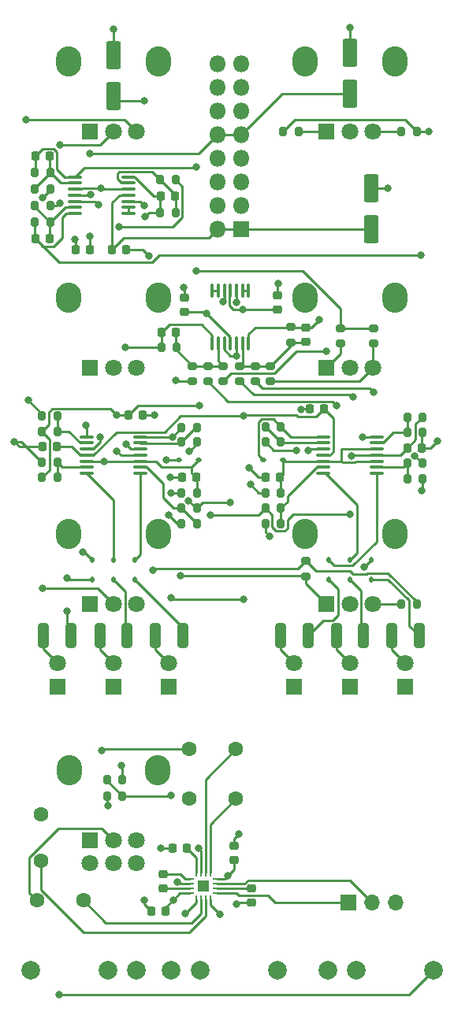
<source format=gbr>
%TF.GenerationSoftware,KiCad,Pcbnew,7.0.1*%
%TF.CreationDate,2024-09-15T16:09:11-04:00*%
%TF.ProjectId,output module,6f757470-7574-4206-9d6f-64756c652e6b,A*%
%TF.SameCoordinates,Original*%
%TF.FileFunction,Copper,L4,Bot*%
%TF.FilePolarity,Positive*%
%FSLAX46Y46*%
G04 Gerber Fmt 4.6, Leading zero omitted, Abs format (unit mm)*
G04 Created by KiCad (PCBNEW 7.0.1) date 2024-09-15 16:09:11*
%MOMM*%
%LPD*%
G01*
G04 APERTURE LIST*
G04 Aperture macros list*
%AMRoundRect*
0 Rectangle with rounded corners*
0 $1 Rounding radius*
0 $2 $3 $4 $5 $6 $7 $8 $9 X,Y pos of 4 corners*
0 Add a 4 corners polygon primitive as box body*
4,1,4,$2,$3,$4,$5,$6,$7,$8,$9,$2,$3,0*
0 Add four circle primitives for the rounded corners*
1,1,$1+$1,$2,$3*
1,1,$1+$1,$4,$5*
1,1,$1+$1,$6,$7*
1,1,$1+$1,$8,$9*
0 Add four rect primitives between the rounded corners*
20,1,$1+$1,$2,$3,$4,$5,0*
20,1,$1+$1,$4,$5,$6,$7,0*
20,1,$1+$1,$6,$7,$8,$9,0*
20,1,$1+$1,$8,$9,$2,$3,0*%
G04 Aperture macros list end*
%TA.AperFunction,SMDPad,CuDef*%
%ADD10RoundRect,0.062500X-0.350000X-0.062500X0.350000X-0.062500X0.350000X0.062500X-0.350000X0.062500X0*%
%TD*%
%TA.AperFunction,SMDPad,CuDef*%
%ADD11RoundRect,0.062500X-0.062500X-0.350000X0.062500X-0.350000X0.062500X0.350000X-0.062500X0.350000X0*%
%TD*%
%TA.AperFunction,SMDPad,CuDef*%
%ADD12R,1.230000X1.230000*%
%TD*%
%TA.AperFunction,ComponentPad*%
%ADD13C,2.000000*%
%TD*%
%TA.AperFunction,SMDPad,CuDef*%
%ADD14RoundRect,0.225000X-0.250000X0.225000X-0.250000X-0.225000X0.250000X-0.225000X0.250000X0.225000X0*%
%TD*%
%TA.AperFunction,ComponentPad*%
%ADD15O,2.720000X3.240000*%
%TD*%
%TA.AperFunction,ComponentPad*%
%ADD16R,1.800000X1.800000*%
%TD*%
%TA.AperFunction,ComponentPad*%
%ADD17C,1.800000*%
%TD*%
%TA.AperFunction,SMDPad,CuDef*%
%ADD18RoundRect,0.200000X0.200000X0.275000X-0.200000X0.275000X-0.200000X-0.275000X0.200000X-0.275000X0*%
%TD*%
%TA.AperFunction,ComponentPad*%
%ADD19R,1.700000X1.700000*%
%TD*%
%TA.AperFunction,ComponentPad*%
%ADD20O,1.700000X1.700000*%
%TD*%
%TA.AperFunction,SMDPad,CuDef*%
%ADD21RoundRect,0.200000X-0.200000X-0.275000X0.200000X-0.275000X0.200000X0.275000X-0.200000X0.275000X0*%
%TD*%
%TA.AperFunction,SMDPad,CuDef*%
%ADD22RoundRect,0.200000X0.275000X-0.200000X0.275000X0.200000X-0.275000X0.200000X-0.275000X-0.200000X0*%
%TD*%
%TA.AperFunction,SMDPad,CuDef*%
%ADD23RoundRect,0.112500X0.112500X-0.187500X0.112500X0.187500X-0.112500X0.187500X-0.112500X-0.187500X0*%
%TD*%
%TA.AperFunction,ComponentPad*%
%ADD24O,1.800000X1.800000*%
%TD*%
%TA.AperFunction,SMDPad,CuDef*%
%ADD25RoundRect,0.100000X0.100000X-0.637500X0.100000X0.637500X-0.100000X0.637500X-0.100000X-0.637500X0*%
%TD*%
%TA.AperFunction,SMDPad,CuDef*%
%ADD26RoundRect,0.250000X0.312500X1.075000X-0.312500X1.075000X-0.312500X-1.075000X0.312500X-1.075000X0*%
%TD*%
%TA.AperFunction,SMDPad,CuDef*%
%ADD27RoundRect,0.200000X-0.275000X0.200000X-0.275000X-0.200000X0.275000X-0.200000X0.275000X0.200000X0*%
%TD*%
%TA.AperFunction,SMDPad,CuDef*%
%ADD28RoundRect,0.225000X0.225000X0.250000X-0.225000X0.250000X-0.225000X-0.250000X0.225000X-0.250000X0*%
%TD*%
%TA.AperFunction,SMDPad,CuDef*%
%ADD29RoundRect,0.250000X-0.550000X1.250000X-0.550000X-1.250000X0.550000X-1.250000X0.550000X1.250000X0*%
%TD*%
%TA.AperFunction,SMDPad,CuDef*%
%ADD30RoundRect,0.225000X0.250000X-0.225000X0.250000X0.225000X-0.250000X0.225000X-0.250000X-0.225000X0*%
%TD*%
%TA.AperFunction,ComponentPad*%
%ADD31C,1.600000*%
%TD*%
%TA.AperFunction,SMDPad,CuDef*%
%ADD32RoundRect,0.225000X-0.225000X-0.250000X0.225000X-0.250000X0.225000X0.250000X-0.225000X0.250000X0*%
%TD*%
%TA.AperFunction,SMDPad,CuDef*%
%ADD33RoundRect,0.100000X-0.637500X-0.100000X0.637500X-0.100000X0.637500X0.100000X-0.637500X0.100000X0*%
%TD*%
%TA.AperFunction,SMDPad,CuDef*%
%ADD34RoundRect,0.250000X0.550000X-1.250000X0.550000X1.250000X-0.550000X1.250000X-0.550000X-1.250000X0*%
%TD*%
%TA.AperFunction,SMDPad,CuDef*%
%ADD35RoundRect,0.100000X0.637500X0.100000X-0.637500X0.100000X-0.637500X-0.100000X0.637500X-0.100000X0*%
%TD*%
%TA.AperFunction,SMDPad,CuDef*%
%ADD36RoundRect,0.112500X0.187500X0.112500X-0.187500X0.112500X-0.187500X-0.112500X0.187500X-0.112500X0*%
%TD*%
%TA.AperFunction,ViaPad*%
%ADD37C,0.800000*%
%TD*%
%TA.AperFunction,Conductor*%
%ADD38C,0.250000*%
%TD*%
G04 APERTURE END LIST*
D10*
%TO.P,U2,1,PVDD*%
%TO.N,+5V*%
X92288500Y-146927000D03*
%TO.P,U2,2,C1P*%
%TO.N,Net-(U2-C1P)*%
X92288500Y-146427000D03*
%TO.P,U2,3,PGND*%
%TO.N,GND*%
X92288500Y-145927000D03*
%TO.P,U2,4,C1N*%
%TO.N,Net-(U2-C1N)*%
X92288500Y-145427000D03*
D11*
%TO.P,U2,5,PVSS*%
%TO.N,Net-(U2-PVSS)*%
X92976000Y-144739500D03*
%TO.P,U2,6,SGND*%
%TO.N,GND*%
X93476000Y-144739500D03*
%TO.P,U2,7,INR+*%
%TO.N,Net-(U2-INR+)*%
X93976000Y-144739500D03*
%TO.P,U2,8,INR-*%
%TO.N,Net-(U2-INR-)*%
X94476000Y-144739500D03*
D10*
%TO.P,U2,9,SVDD2*%
%TO.N,+5V*%
X95163500Y-145427000D03*
%TO.P,U2,10,OUTR*%
%TO.N,right_out*%
X95163500Y-145927000D03*
%TO.P,U2,11,BIAS*%
%TO.N,Net-(U2-BIAS)*%
X95163500Y-146427000D03*
%TO.P,U2,12,OUTL*%
%TO.N,left_out*%
X95163500Y-146927000D03*
D11*
%TO.P,U2,13,SVDD*%
%TO.N,+5V*%
X94476000Y-147614500D03*
%TO.P,U2,14,INL-*%
%TO.N,Net-(U2-INL-)*%
X93976000Y-147614500D03*
%TO.P,U2,15,INL+*%
%TO.N,Net-(U2-INL+)*%
X93476000Y-147614500D03*
%TO.P,U2,16,SHDN*%
%TO.N,SHDN*%
X92976000Y-147614500D03*
D12*
%TO.P,U2,17*%
%TO.N,N/C*%
X93726000Y-146177000D03*
%TD*%
D13*
%TO.P,J3,TN*%
%TO.N,unconnected-(J3-PadTN)*%
X110191000Y-155194000D03*
%TO.P,J3,T*%
%TO.N,Net-(J3-PadT)*%
X118491000Y-155194000D03*
%TO.P,J3,S*%
%TO.N,GND*%
X107091000Y-155194000D03*
%TD*%
%TO.P,J1,TN*%
%TO.N,unconnected-(J1-PadTN)*%
X83484000Y-155194000D03*
%TO.P,J1,T*%
%TO.N,Net-(J1-PadT)*%
X75184000Y-155194000D03*
%TO.P,J1,S*%
%TO.N,GND*%
X86584000Y-155194000D03*
%TD*%
%TO.P,J2,TN*%
%TO.N,unconnected-(J2-PadTN)*%
X93394000Y-155194000D03*
%TO.P,J2,T*%
%TO.N,Net-(J2-PadT)*%
X101694000Y-155194000D03*
%TO.P,J2,S*%
%TO.N,GND*%
X90294000Y-155194000D03*
%TD*%
D14*
%TO.P,C11,1*%
%TO.N,Net-(U2-BIAS)*%
X98933000Y-146418000D03*
%TO.P,C11,2*%
%TO.N,GND*%
X98933000Y-147968000D03*
%TD*%
D15*
%TO.P,RV2,*%
%TO.N,*%
X79274000Y-82924000D03*
X88874000Y-82924000D03*
D16*
%TO.P,RV2,1,1*%
%TO.N,GND*%
X81574000Y-90424000D03*
D17*
%TO.P,RV2,2,2*%
%TO.N,Net-(R2-Pad1)*%
X84074000Y-90424000D03*
%TO.P,RV2,3,3*%
%TO.N,Net-(J2-PadT)*%
X86574000Y-90424000D03*
%TD*%
D15*
%TO.P,RV6,*%
%TO.N,*%
X104674000Y-82924000D03*
X114274000Y-82924000D03*
D16*
%TO.P,RV6,1,1*%
%TO.N,chan_2_left*%
X106974000Y-90424000D03*
D17*
%TO.P,RV6,2,2*%
%TO.N,GND*%
X109474000Y-90424000D03*
%TO.P,RV6,3,3*%
%TO.N,chan_2_right*%
X111974000Y-90424000D03*
%TD*%
D16*
%TO.P,D14,1,K*%
%TO.N,GND*%
X78105000Y-124714000D03*
D17*
%TO.P,D14,2,A*%
%TO.N,Net-(D14-A)*%
X78105000Y-122174000D03*
%TD*%
D15*
%TO.P,RV1,*%
%TO.N,*%
X79274000Y-57524000D03*
X88874000Y-57524000D03*
D16*
%TO.P,RV1,1,1*%
%TO.N,GND*%
X81574000Y-65024000D03*
D17*
%TO.P,RV1,2,2*%
%TO.N,Net-(R1-Pad1)*%
X84074000Y-65024000D03*
%TO.P,RV1,3,3*%
%TO.N,Net-(J1-PadT)*%
X86574000Y-65024000D03*
%TD*%
D16*
%TO.P,D13,1,K*%
%TO.N,GND*%
X84074000Y-124714000D03*
D17*
%TO.P,D13,2,A*%
%TO.N,Net-(D13-A)*%
X84074000Y-122174000D03*
%TD*%
D15*
%TO.P,RV5,*%
%TO.N,*%
X104674000Y-57524000D03*
X114274000Y-57524000D03*
D16*
%TO.P,RV5,1,1*%
%TO.N,chan_1_left*%
X106974000Y-65024000D03*
D17*
%TO.P,RV5,2,2*%
%TO.N,GND*%
X109474000Y-65024000D03*
%TO.P,RV5,3,3*%
%TO.N,chan_1_right*%
X111974000Y-65024000D03*
%TD*%
D15*
%TO.P,RV7,*%
%TO.N,*%
X104674000Y-108324000D03*
X114274000Y-108324000D03*
D16*
%TO.P,RV7,1,1*%
%TO.N,chan_3_left*%
X106974000Y-115824000D03*
D17*
%TO.P,RV7,2,2*%
%TO.N,GND*%
X109474000Y-115824000D03*
%TO.P,RV7,3,3*%
%TO.N,chan_3_right*%
X111974000Y-115824000D03*
%TD*%
D15*
%TO.P,RV3,*%
%TO.N,*%
X79274000Y-108324000D03*
X88874000Y-108324000D03*
D16*
%TO.P,RV3,1,1*%
%TO.N,GND*%
X81574000Y-115824000D03*
D17*
%TO.P,RV3,2,2*%
%TO.N,Net-(R3-Pad1)*%
X84074000Y-115824000D03*
%TO.P,RV3,3,3*%
%TO.N,Net-(J3-PadT)*%
X86574000Y-115824000D03*
%TD*%
D15*
%TO.P,RV4,*%
%TO.N,*%
X79324000Y-133724000D03*
X88824000Y-133724000D03*
D16*
%TO.P,RV4,1,1*%
%TO.N,GND*%
X81574000Y-141224000D03*
D17*
%TO.P,RV4,2,2*%
%TO.N,Net-(C4-Pad1)*%
X84074000Y-141224000D03*
%TO.P,RV4,3,3*%
%TO.N,left_mix*%
X86574000Y-141224000D03*
%TO.P,RV4,4,4*%
%TO.N,GND*%
X81574000Y-143724000D03*
%TO.P,RV4,5,5*%
%TO.N,Net-(C6-Pad1)*%
X84074000Y-143724000D03*
%TO.P,RV4,6,6*%
%TO.N,right_mix*%
X86574000Y-143724000D03*
%TD*%
D16*
%TO.P,D5,1,K*%
%TO.N,GND*%
X103505000Y-124714000D03*
D17*
%TO.P,D5,2,A*%
%TO.N,Net-(D5-A)*%
X103505000Y-122174000D03*
%TD*%
D16*
%TO.P,D12,1,K*%
%TO.N,GND*%
X90043000Y-124714000D03*
D17*
%TO.P,D12,2,A*%
%TO.N,Net-(D12-A)*%
X90043000Y-122174000D03*
%TD*%
D16*
%TO.P,D7,1,K*%
%TO.N,GND*%
X115443000Y-124714000D03*
D17*
%TO.P,D7,2,A*%
%TO.N,Net-(D7-A)*%
X115443000Y-122174000D03*
%TD*%
D16*
%TO.P,D6,1,K*%
%TO.N,GND*%
X109474000Y-124714000D03*
D17*
%TO.P,D6,2,A*%
%TO.N,Net-(D6-A)*%
X109474000Y-122174000D03*
%TD*%
D18*
%TO.P,R27,1*%
%TO.N,Net-(U4C--)*%
X102044000Y-107188000D03*
%TO.P,R27,2*%
%TO.N,GND*%
X100394000Y-107188000D03*
%TD*%
D19*
%TO.P,J4,1,Pin_1*%
%TO.N,left_out*%
X109362000Y-147955000D03*
D20*
%TO.P,J4,2,Pin_2*%
%TO.N,right_out*%
X111902000Y-147955000D03*
%TO.P,J4,3,Pin_3*%
%TO.N,GND*%
X114442000Y-147955000D03*
%TD*%
D21*
%TO.P,R26,1*%
%TO.N,GND*%
X100419400Y-98425000D03*
%TO.P,R26,2*%
%TO.N,Net-(U4D--)*%
X102069400Y-98425000D03*
%TD*%
D22*
%TO.P,R16,1*%
%TO.N,chan_2_left*%
X94234000Y-91896000D03*
%TO.P,R16,2*%
%TO.N,Net-(U5B--)*%
X94234000Y-90246000D03*
%TD*%
%TO.P,R19,1*%
%TO.N,chan_2_right*%
X100965000Y-91884000D03*
%TO.P,R19,2*%
%TO.N,Net-(U5A--)*%
X100965000Y-90234000D03*
%TD*%
D18*
%TO.P,R39,1*%
%TO.N,Net-(U3C--)*%
X78041000Y-100584000D03*
%TO.P,R39,2*%
%TO.N,GND*%
X76391000Y-100584000D03*
%TD*%
D23*
%TO.P,D4,1,K*%
%TO.N,Net-(D4-K)*%
X107188000Y-113191000D03*
%TO.P,D4,2,A*%
%TO.N,Net-(D4-A)*%
X107188000Y-111091000D03*
%TD*%
D16*
%TO.P,J6,1,-12V*%
%TO.N,-12V*%
X97790000Y-75565000D03*
D24*
%TO.P,J6,2,-12V*%
X95250000Y-75565000D03*
%TO.P,J6,3,gnd*%
%TO.N,GND*%
X97790000Y-73025000D03*
%TO.P,J6,4,gnd*%
X95250000Y-73025000D03*
%TO.P,J6,5,gnd*%
X97790000Y-70485000D03*
%TO.P,J6,6,gnd*%
X95250000Y-70485000D03*
%TO.P,J6,7,gnd*%
X97790000Y-67945000D03*
%TO.P,J6,8,gnd*%
X95250000Y-67945000D03*
%TO.P,J6,9,+12V*%
%TO.N,+12V*%
X97790000Y-65405000D03*
%TO.P,J6,10,+12V*%
X95250000Y-65405000D03*
%TO.P,J6,11,+5V*%
%TO.N,+5V*%
X97790000Y-62865000D03*
%TO.P,J6,12,+5V*%
X95250000Y-62865000D03*
%TO.P,J6,13,cv*%
%TO.N,unconnected-(J6-cv-Pad13)*%
X97790000Y-60325000D03*
%TO.P,J6,14,cv*%
%TO.N,unconnected-(J6-cv-Pad14)*%
X95252858Y-60325000D03*
%TO.P,J6,15,gate*%
%TO.N,unconnected-(J6-gate-Pad15)*%
X97790000Y-57785000D03*
%TO.P,J6,16,gate*%
%TO.N,unconnected-(J6-gate-Pad16)*%
X95250000Y-57785000D03*
%TD*%
D21*
%TO.P,R46,1*%
%TO.N,GND*%
X91377000Y-103886000D03*
%TO.P,R46,2*%
%TO.N,left_peak*%
X93027000Y-103886000D03*
%TD*%
D25*
%TO.P,U5,1*%
%TO.N,right_mix*%
X98597000Y-87825500D03*
%TO.P,U5,2,-*%
%TO.N,Net-(U5A--)*%
X97947000Y-87825500D03*
%TO.P,U5,3,+*%
%TO.N,GND*%
X97297000Y-87825500D03*
%TO.P,U5,4,V+*%
%TO.N,+12V*%
X96647000Y-87825500D03*
%TO.P,U5,5,+*%
%TO.N,GND*%
X95997000Y-87825500D03*
%TO.P,U5,6,-*%
%TO.N,Net-(U5B--)*%
X95347000Y-87825500D03*
%TO.P,U5,7*%
%TO.N,left_mix*%
X94697000Y-87825500D03*
%TO.P,U5,8*%
%TO.N,Net-(U5C--)*%
X94697000Y-82100500D03*
%TO.P,U5,9,-*%
X95347000Y-82100500D03*
%TO.P,U5,10,+*%
%TO.N,GND*%
X95997000Y-82100500D03*
%TO.P,U5,11,V-*%
%TO.N,-12V*%
X96647000Y-82100500D03*
%TO.P,U5,12,+*%
%TO.N,GND*%
X97297000Y-82100500D03*
%TO.P,U5,13,-*%
%TO.N,Net-(U5D--)*%
X97947000Y-82100500D03*
%TO.P,U5,14*%
X98597000Y-82100500D03*
%TD*%
D26*
%TO.P,R33,1*%
%TO.N,Net-(D3-K)*%
X116905500Y-119253000D03*
%TO.P,R33,2*%
%TO.N,Net-(D7-A)*%
X113980500Y-119253000D03*
%TD*%
D27*
%TO.P,R11,1*%
%TO.N,chan_2*%
X108458000Y-86170000D03*
%TO.P,R11,2*%
%TO.N,chan_2_left*%
X108458000Y-87820000D03*
%TD*%
D28*
%TO.P,C2,1*%
%TO.N,Net-(U1C--)*%
X90691000Y-72009000D03*
%TO.P,C2,2*%
%TO.N,chan_3*%
X89141000Y-72009000D03*
%TD*%
D26*
%TO.P,R31,1*%
%TO.N,Net-(D4-K)*%
X104967500Y-119253000D03*
%TO.P,R31,2*%
%TO.N,Net-(D5-A)*%
X102042500Y-119253000D03*
%TD*%
D29*
%TO.P,C23,1*%
%TO.N,GND*%
X111810800Y-71129800D03*
%TO.P,C23,2*%
%TO.N,-12V*%
X111810800Y-75529800D03*
%TD*%
D18*
%TO.P,R14,1*%
%TO.N,chan_3*%
X116649000Y-115824000D03*
%TO.P,R14,2*%
%TO.N,chan_3_right*%
X114999000Y-115824000D03*
%TD*%
D23*
%TO.P,D9,1,K*%
%TO.N,Net-(D9-K)*%
X84074000Y-113191000D03*
%TO.P,D9,2,A*%
%TO.N,Net-(D9-A)*%
X84074000Y-111091000D03*
%TD*%
D18*
%TO.P,R8,1*%
%TO.N,SHDN*%
X85026000Y-136495000D03*
%TO.P,R8,2*%
%TO.N,GND*%
X83376000Y-136495000D03*
%TD*%
D22*
%TO.P,R22,1*%
%TO.N,Net-(U5A--)*%
X103124000Y-87693000D03*
%TO.P,R22,2*%
%TO.N,right_mix*%
X103124000Y-86043000D03*
%TD*%
D18*
%TO.P,R7,1*%
%TO.N,+5V*%
X85026000Y-134747000D03*
%TO.P,R7,2*%
%TO.N,SHDN*%
X83376000Y-134747000D03*
%TD*%
%TO.P,R35,1*%
%TO.N,Net-(U3C--)*%
X78041000Y-102235000D03*
%TO.P,R35,2*%
%TO.N,+12V*%
X76391000Y-102235000D03*
%TD*%
%TO.P,R40,1*%
%TO.N,Net-(U3D--)*%
X78041000Y-95631000D03*
%TO.P,R40,2*%
%TO.N,GND*%
X76391000Y-95631000D03*
%TD*%
D30*
%TO.P,C14,1*%
%TO.N,Net-(U5A--)*%
X104775000Y-87643000D03*
%TO.P,C14,2*%
%TO.N,right_mix*%
X104775000Y-86093000D03*
%TD*%
D22*
%TO.P,R20,1*%
%TO.N,chan_3_right*%
X99314000Y-91884000D03*
%TO.P,R20,2*%
%TO.N,Net-(U5A--)*%
X99314000Y-90234000D03*
%TD*%
D30*
%TO.P,C10,1*%
%TO.N,+5V*%
X97028000Y-143396000D03*
%TO.P,C10,2*%
%TO.N,GND*%
X97028000Y-141846000D03*
%TD*%
D18*
%TO.P,R23,1*%
%TO.N,Net-(U4C--)*%
X102044000Y-105537000D03*
%TO.P,R23,2*%
%TO.N,+12V*%
X100394000Y-105537000D03*
%TD*%
D28*
%TO.P,C13,1*%
%TO.N,Net-(U5B--)*%
X90818000Y-86614000D03*
%TO.P,C13,2*%
%TO.N,left_mix*%
X89268000Y-86614000D03*
%TD*%
D18*
%TO.P,R2,1*%
%TO.N,Net-(R2-Pad1)*%
X90741000Y-70231000D03*
%TO.P,R2,2*%
%TO.N,Net-(U1C--)*%
X89091000Y-70231000D03*
%TD*%
D31*
%TO.P,C6,1*%
%TO.N,Net-(C6-Pad1)*%
X92242000Y-131445000D03*
%TO.P,C6,2*%
%TO.N,Net-(U2-INR+)*%
X97242000Y-131445000D03*
%TD*%
%TO.P,C7,1*%
%TO.N,GND*%
X92242000Y-136779000D03*
%TO.P,C7,2*%
%TO.N,Net-(U2-INR-)*%
X97242000Y-136779000D03*
%TD*%
D32*
%TO.P,C24,1*%
%TO.N,+12V*%
X115684000Y-99060000D03*
%TO.P,C24,2*%
%TO.N,GND*%
X117234000Y-99060000D03*
%TD*%
D23*
%TO.P,D11,1,K*%
%TO.N,Net-(D11-K)*%
X86360000Y-113191000D03*
%TO.P,D11,2,A*%
%TO.N,Net-(D11-A)*%
X86360000Y-111091000D03*
%TD*%
D26*
%TO.P,R43,1*%
%TO.N,Net-(D11-K)*%
X91505500Y-119253000D03*
%TO.P,R43,2*%
%TO.N,Net-(D12-A)*%
X88580500Y-119253000D03*
%TD*%
D22*
%TO.P,R18,1*%
%TO.N,chan_1_right*%
X97663000Y-91884000D03*
%TO.P,R18,2*%
%TO.N,Net-(U5A--)*%
X97663000Y-90234000D03*
%TD*%
D21*
%TO.P,R28,1*%
%TO.N,Net-(U4A--)*%
X115634000Y-97409000D03*
%TO.P,R28,2*%
%TO.N,GND*%
X117284000Y-97409000D03*
%TD*%
D27*
%TO.P,R13,1*%
%TO.N,chan_3*%
X104775000Y-111189000D03*
%TO.P,R13,2*%
%TO.N,chan_3_left*%
X104775000Y-112839000D03*
%TD*%
D22*
%TO.P,R17,1*%
%TO.N,chan_3_left*%
X92583000Y-91884000D03*
%TO.P,R17,2*%
%TO.N,Net-(U5B--)*%
X92583000Y-90234000D03*
%TD*%
D18*
%TO.P,R10,1*%
%TO.N,chan_1*%
X116649000Y-65024000D03*
%TO.P,R10,2*%
%TO.N,chan_1_right*%
X114999000Y-65024000D03*
%TD*%
D31*
%TO.P,C5,1*%
%TO.N,GND*%
X76327000Y-138470000D03*
%TO.P,C5,2*%
%TO.N,Net-(U2-INL-)*%
X76327000Y-143470000D03*
%TD*%
D33*
%TO.P,U1,1*%
%TO.N,chan_1*%
X79941500Y-73832000D03*
%TO.P,U1,2,-*%
%TO.N,Net-(U1A--)*%
X79941500Y-73182000D03*
%TO.P,U1,3,+*%
%TO.N,GND*%
X79941500Y-72532000D03*
%TO.P,U1,4,V+*%
%TO.N,+12V*%
X79941500Y-71882000D03*
%TO.P,U1,5,+*%
%TO.N,GND*%
X79941500Y-71232000D03*
%TO.P,U1,6,-*%
%TO.N,Net-(U1B--)*%
X79941500Y-70582000D03*
%TO.P,U1,7*%
%TO.N,chan_2*%
X79941500Y-69932000D03*
%TO.P,U1,8*%
%TO.N,chan_3*%
X85666500Y-69932000D03*
%TO.P,U1,9,-*%
%TO.N,Net-(U1C--)*%
X85666500Y-70582000D03*
%TO.P,U1,10,+*%
%TO.N,GND*%
X85666500Y-71232000D03*
%TO.P,U1,11,V-*%
%TO.N,-12V*%
X85666500Y-71882000D03*
%TO.P,U1,12,+*%
%TO.N,GND*%
X85666500Y-72532000D03*
%TO.P,U1,13,-*%
%TO.N,Net-(U1D--)*%
X85666500Y-73182000D03*
%TO.P,U1,14*%
X85666500Y-73832000D03*
%TD*%
D23*
%TO.P,D2,1,K*%
%TO.N,Net-(D2-K)*%
X109474000Y-113191000D03*
%TO.P,D2,2,A*%
%TO.N,Net-(D2-A)*%
X109474000Y-111091000D03*
%TD*%
D18*
%TO.P,R41,1*%
%TO.N,Net-(U3B--)*%
X93027000Y-107188000D03*
%TO.P,R41,2*%
%TO.N,GND*%
X91377000Y-107188000D03*
%TD*%
D21*
%TO.P,R25,1*%
%TO.N,Net-(U4B--)*%
X115634000Y-100711000D03*
%TO.P,R25,2*%
%TO.N,+5V*%
X117284000Y-100711000D03*
%TD*%
D34*
%TO.P,C21,1*%
%TO.N,+12V*%
X109474000Y-61001000D03*
%TO.P,C21,2*%
%TO.N,GND*%
X109474000Y-56601000D03*
%TD*%
D32*
%TO.P,C25,1*%
%TO.N,GND*%
X105143000Y-94869000D03*
%TO.P,C25,2*%
%TO.N,-12V*%
X106693000Y-94869000D03*
%TD*%
D18*
%TO.P,R38,1*%
%TO.N,GND*%
X93027000Y-98425000D03*
%TO.P,R38,2*%
%TO.N,Net-(U3A--)*%
X91377000Y-98425000D03*
%TD*%
D28*
%TO.P,C9,2*%
%TO.N,GND*%
X90411000Y-142113000D03*
%TO.P,C9,1*%
%TO.N,Net-(U2-PVSS)*%
X91961000Y-142113000D03*
%TD*%
D23*
%TO.P,D3,1,K*%
%TO.N,Net-(D3-K)*%
X111760000Y-113191000D03*
%TO.P,D3,2,A*%
%TO.N,Net-(D3-A)*%
X111760000Y-111091000D03*
%TD*%
D35*
%TO.P,U4,1*%
%TO.N,Net-(D3-A)*%
X112336500Y-97872000D03*
%TO.P,U4,2,-*%
%TO.N,Net-(U4A--)*%
X112336500Y-98522000D03*
%TO.P,U4,3,+*%
%TO.N,right_peak*%
X112336500Y-99172000D03*
%TO.P,U4,4,V+*%
%TO.N,+12V*%
X112336500Y-99822000D03*
%TO.P,U4,5,+*%
%TO.N,right_peak*%
X112336500Y-100472000D03*
%TO.P,U4,6,-*%
%TO.N,Net-(U4B--)*%
X112336500Y-101122000D03*
%TO.P,U4,7*%
%TO.N,Net-(D4-A)*%
X112336500Y-101772000D03*
%TO.P,U4,8*%
%TO.N,Net-(D2-A)*%
X106611500Y-101772000D03*
%TO.P,U4,9,-*%
%TO.N,Net-(U4C--)*%
X106611500Y-101122000D03*
%TO.P,U4,10,+*%
%TO.N,right_peak*%
X106611500Y-100472000D03*
%TO.P,U4,11,V-*%
%TO.N,-12V*%
X106611500Y-99822000D03*
%TO.P,U4,12,+*%
%TO.N,right_mix*%
X106611500Y-99172000D03*
%TO.P,U4,13,-*%
%TO.N,Net-(U4D--)*%
X106611500Y-98522000D03*
%TO.P,U4,14*%
%TO.N,Net-(D1-A)*%
X106611500Y-97872000D03*
%TD*%
D21*
%TO.P,R30,1*%
%TO.N,Net-(U4D--)*%
X100394000Y-96748600D03*
%TO.P,R30,2*%
%TO.N,Net-(D1-A)*%
X102044000Y-96748600D03*
%TD*%
D26*
%TO.P,R44,1*%
%TO.N,Net-(D9-K)*%
X85536500Y-119253000D03*
%TO.P,R44,2*%
%TO.N,Net-(D13-A)*%
X82611500Y-119253000D03*
%TD*%
D34*
%TO.P,C22,1*%
%TO.N,+5V*%
X84074000Y-61255000D03*
%TO.P,C22,2*%
%TO.N,GND*%
X84074000Y-56855000D03*
%TD*%
D28*
%TO.P,C18,1*%
%TO.N,GND*%
X85484000Y-77724000D03*
%TO.P,C18,2*%
%TO.N,-12V*%
X83934000Y-77724000D03*
%TD*%
D27*
%TO.P,R12,1*%
%TO.N,chan_2*%
X112014000Y-86170000D03*
%TO.P,R12,2*%
%TO.N,chan_2_right*%
X112014000Y-87820000D03*
%TD*%
D18*
%TO.P,R5,1*%
%TO.N,Net-(U1C--)*%
X90741000Y-73787000D03*
%TO.P,R5,2*%
%TO.N,chan_3*%
X89091000Y-73787000D03*
%TD*%
D36*
%TO.P,D8,1,K*%
%TO.N,left_peak*%
X93252000Y-100330000D03*
%TO.P,D8,2,A*%
%TO.N,Net-(D8-A)*%
X91152000Y-100330000D03*
%TD*%
D28*
%TO.P,C1,1*%
%TO.N,Net-(U1A--)*%
X77229000Y-76581000D03*
%TO.P,C1,2*%
%TO.N,chan_1*%
X75679000Y-76581000D03*
%TD*%
D21*
%TO.P,R37,1*%
%TO.N,Net-(U3B--)*%
X91377000Y-105537000D03*
%TO.P,R37,2*%
%TO.N,+5V*%
X93027000Y-105537000D03*
%TD*%
D30*
%TO.P,C19,1*%
%TO.N,+12V*%
X91694000Y-84468000D03*
%TO.P,C19,2*%
%TO.N,GND*%
X91694000Y-82918000D03*
%TD*%
D35*
%TO.P,U3,1*%
%TO.N,Net-(D8-A)*%
X86936500Y-97872000D03*
%TO.P,U3,2,-*%
%TO.N,Net-(U3A--)*%
X86936500Y-98522000D03*
%TO.P,U3,3,+*%
%TO.N,left_mix*%
X86936500Y-99172000D03*
%TO.P,U3,4,V+*%
%TO.N,+12V*%
X86936500Y-99822000D03*
%TO.P,U3,5,+*%
%TO.N,left_peak*%
X86936500Y-100472000D03*
%TO.P,U3,6,-*%
%TO.N,Net-(U3B--)*%
X86936500Y-101122000D03*
%TO.P,U3,7*%
%TO.N,Net-(D11-A)*%
X86936500Y-101772000D03*
%TO.P,U3,8*%
%TO.N,Net-(D9-A)*%
X81211500Y-101772000D03*
%TO.P,U3,9,-*%
%TO.N,Net-(U3C--)*%
X81211500Y-101122000D03*
%TO.P,U3,10,+*%
%TO.N,left_peak*%
X81211500Y-100472000D03*
%TO.P,U3,11,V-*%
%TO.N,-12V*%
X81211500Y-99822000D03*
%TO.P,U3,12,+*%
%TO.N,left_peak*%
X81211500Y-99172000D03*
%TO.P,U3,13,-*%
%TO.N,Net-(U3D--)*%
X81211500Y-98522000D03*
%TO.P,U3,14*%
%TO.N,Net-(D10-A)*%
X81211500Y-97872000D03*
%TD*%
D23*
%TO.P,D10,1,K*%
%TO.N,Net-(D10-K)*%
X81788000Y-113191000D03*
%TO.P,D10,2,A*%
%TO.N,Net-(D10-A)*%
X81788000Y-111091000D03*
%TD*%
D18*
%TO.P,R42,1*%
%TO.N,Net-(U3A--)*%
X93027000Y-96901000D03*
%TO.P,R42,2*%
%TO.N,Net-(D8-A)*%
X91377000Y-96901000D03*
%TD*%
D28*
%TO.P,C12,1*%
%TO.N,+5V*%
X89675000Y-148844000D03*
%TO.P,C12,2*%
%TO.N,GND*%
X88125000Y-148844000D03*
%TD*%
D31*
%TO.P,C4,1*%
%TO.N,Net-(C4-Pad1)*%
X75859000Y-147701000D03*
%TO.P,C4,2*%
%TO.N,Net-(U2-INL+)*%
X80859000Y-147701000D03*
%TD*%
D18*
%TO.P,R3,1*%
%TO.N,Net-(R3-Pad1)*%
X77279000Y-71247000D03*
%TO.P,R3,2*%
%TO.N,Net-(U1B--)*%
X75629000Y-71247000D03*
%TD*%
D32*
%TO.P,C27,1*%
%TO.N,GND*%
X76441000Y-98933000D03*
%TO.P,C27,2*%
%TO.N,-12V*%
X77991000Y-98933000D03*
%TD*%
D36*
%TO.P,D1,1,K*%
%TO.N,right_peak*%
X102269000Y-100330000D03*
%TO.P,D1,2,A*%
%TO.N,Net-(D1-A)*%
X100169000Y-100330000D03*
%TD*%
D14*
%TO.P,C20,1*%
%TO.N,GND*%
X101727000Y-82664000D03*
%TO.P,C20,2*%
%TO.N,-12V*%
X101727000Y-84214000D03*
%TD*%
D28*
%TO.P,C17,1*%
%TO.N,+12V*%
X81547000Y-77724000D03*
%TO.P,C17,2*%
%TO.N,GND*%
X79997000Y-77724000D03*
%TD*%
D14*
%TO.P,C8,1*%
%TO.N,Net-(U2-C1N)*%
X89408000Y-144894000D03*
%TO.P,C8,2*%
%TO.N,Net-(U2-C1P)*%
X89408000Y-146444000D03*
%TD*%
D26*
%TO.P,R45,1*%
%TO.N,Net-(D10-K)*%
X79506000Y-119253000D03*
%TO.P,R45,2*%
%TO.N,Net-(D14-A)*%
X76581000Y-119253000D03*
%TD*%
D28*
%TO.P,C16,1*%
%TO.N,left_peak*%
X92977000Y-102235000D03*
%TO.P,C16,2*%
%TO.N,GND*%
X91427000Y-102235000D03*
%TD*%
D21*
%TO.P,R9,1*%
%TO.N,chan_1*%
X102299000Y-65024000D03*
%TO.P,R9,2*%
%TO.N,chan_1_left*%
X103949000Y-65024000D03*
%TD*%
D18*
%TO.P,R6,1*%
%TO.N,Net-(U1B--)*%
X77279000Y-69469000D03*
%TO.P,R6,2*%
%TO.N,chan_2*%
X75629000Y-69469000D03*
%TD*%
D21*
%TO.P,R24,1*%
%TO.N,Net-(U4A--)*%
X115634000Y-95758000D03*
%TO.P,R24,2*%
%TO.N,+12V*%
X117284000Y-95758000D03*
%TD*%
%TO.P,R34,1*%
%TO.N,GND*%
X100394000Y-103886000D03*
%TO.P,R34,2*%
%TO.N,right_peak*%
X102044000Y-103886000D03*
%TD*%
D18*
%TO.P,R1,1*%
%TO.N,Net-(R1-Pad1)*%
X77279000Y-73025000D03*
%TO.P,R1,2*%
%TO.N,Net-(U1A--)*%
X75629000Y-73025000D03*
%TD*%
%TO.P,R4,1*%
%TO.N,Net-(U1A--)*%
X77279000Y-74803000D03*
%TO.P,R4,2*%
%TO.N,chan_1*%
X75629000Y-74803000D03*
%TD*%
D28*
%TO.P,C15,1*%
%TO.N,right_peak*%
X101994000Y-102235000D03*
%TO.P,C15,2*%
%TO.N,GND*%
X100444000Y-102235000D03*
%TD*%
D26*
%TO.P,R32,1*%
%TO.N,Net-(D2-K)*%
X110936500Y-119253000D03*
%TO.P,R32,2*%
%TO.N,Net-(D6-A)*%
X108011500Y-119253000D03*
%TD*%
D32*
%TO.P,C26,1*%
%TO.N,+12V*%
X85712000Y-95504000D03*
%TO.P,C26,2*%
%TO.N,GND*%
X87262000Y-95504000D03*
%TD*%
D28*
%TO.P,C3,1*%
%TO.N,Net-(U1B--)*%
X77229000Y-67691000D03*
%TO.P,C3,2*%
%TO.N,chan_2*%
X75679000Y-67691000D03*
%TD*%
D18*
%TO.P,R36,1*%
%TO.N,Net-(U3D--)*%
X78041000Y-97282000D03*
%TO.P,R36,2*%
%TO.N,+12V*%
X76391000Y-97282000D03*
%TD*%
D21*
%TO.P,R29,1*%
%TO.N,Net-(U4B--)*%
X115634000Y-102362000D03*
%TO.P,R29,2*%
%TO.N,GND*%
X117284000Y-102362000D03*
%TD*%
D22*
%TO.P,R15,1*%
%TO.N,chan_1_left*%
X95885000Y-91896000D03*
%TO.P,R15,2*%
%TO.N,Net-(U5B--)*%
X95885000Y-90246000D03*
%TD*%
D18*
%TO.P,R21,1*%
%TO.N,Net-(U5B--)*%
X90868000Y-88265000D03*
%TO.P,R21,2*%
%TO.N,left_mix*%
X89218000Y-88265000D03*
%TD*%
D37*
%TO.N,chan_1_right*%
X109791500Y-93535500D03*
%TO.N,+5V*%
X96393000Y-145034000D03*
%TO.N,GND*%
X97536000Y-140589000D03*
%TO.N,SHDN*%
X90297000Y-136398000D03*
X91821000Y-149098000D03*
%TO.N,+5V*%
X95504000Y-149225000D03*
X90487500Y-147637500D03*
%TO.N,GND*%
X87376000Y-147701000D03*
X90907022Y-145702500D03*
X97282000Y-148082000D03*
X93218000Y-142113000D03*
X89154000Y-142113000D03*
%TO.N,Net-(J3-PadT)*%
X78232000Y-157861000D03*
%TO.N,Net-(J2-PadT)*%
X90297000Y-115189000D03*
X98044000Y-115316000D03*
%TO.N,Net-(J1-PadT)*%
X74676000Y-63754000D03*
%TO.N,Net-(C6-Pad1)*%
X82804000Y-131572000D03*
%TO.N,GND*%
X83528500Y-137531306D03*
%TO.N,+5V*%
X84963000Y-133223000D03*
%TO.N,chan_3_left*%
X91313000Y-112776000D03*
X90805000Y-91821000D03*
%TO.N,GND*%
X97282000Y-89154000D03*
%TO.N,Net-(D10-K)*%
X79121000Y-116586000D03*
X79121000Y-113030000D03*
%TO.N,chan_3*%
X88332799Y-112200201D03*
X87503000Y-74168000D03*
%TO.N,left_mix*%
X85471000Y-98679000D03*
X85344000Y-88265000D03*
%TO.N,chan_2_left*%
X108077000Y-94488000D03*
%TO.N,chan_1_left*%
X106934000Y-88646000D03*
%TO.N,GND*%
X104214783Y-94958500D03*
%TO.N,right_mix*%
X105029000Y-99314000D03*
X106229506Y-85232191D03*
%TO.N,chan_3_right*%
X112014000Y-93091000D03*
%TO.N,Net-(D3-A)*%
X110998000Y-111887000D03*
X110871000Y-97917000D03*
%TO.N,GND*%
X100893577Y-108566412D03*
%TO.N,+12V*%
X109474000Y-106172000D03*
X109691088Y-99911500D03*
%TO.N,GND*%
X117221000Y-103632000D03*
X118872000Y-98298000D03*
%TO.N,Net-(D10-A)*%
X81153000Y-96647000D03*
X80772000Y-110236000D03*
%TO.N,left_peak*%
X82677000Y-97917000D03*
X83058000Y-100472000D03*
%TO.N,+5V*%
X96647000Y-104902000D03*
%TO.N,GND*%
X90043000Y-106299000D03*
X90297000Y-103886000D03*
X90170000Y-102235000D03*
X92202000Y-99441000D03*
X73459500Y-98368452D03*
X74908500Y-93912201D03*
X88523500Y-95504000D03*
%TO.N,Net-(D8-A)*%
X90406000Y-97872000D03*
X89789000Y-100330000D03*
%TO.N,+12V*%
X84455001Y-99371502D03*
X84455000Y-95504000D03*
%TO.N,Net-(R2-Pad1)*%
X84709000Y-75311000D03*
%TO.N,chan_1*%
X117983000Y-65024000D03*
X117094000Y-78359000D03*
%TO.N,chan_2*%
X92964000Y-80010000D03*
X92964000Y-68834000D03*
%TO.N,+12V*%
X94488000Y-106299000D03*
X93345000Y-94488000D03*
X94099520Y-84589480D03*
%TO.N,-12V*%
X97994498Y-84201000D03*
X98044000Y-95631000D03*
%TO.N,GND*%
X98806000Y-102997000D03*
X98679000Y-101219000D03*
X103759000Y-99314000D03*
X91643200Y-81762600D03*
X101752400Y-81407000D03*
X95820998Y-83344360D03*
X97280277Y-83394841D03*
X82448400Y-72872600D03*
X79959200Y-76631800D03*
X87913500Y-78394689D03*
X87426800Y-73025000D03*
X82702400Y-71094600D03*
%TO.N,+12V*%
X81613791Y-71827912D03*
X81584800Y-76276200D03*
X81584800Y-67437000D03*
%TO.N,+5V*%
X92160525Y-104715466D03*
X116460207Y-99925327D03*
X87376000Y-61696600D03*
%TO.N,Net-(R3-Pad1)*%
X76454000Y-114173000D03*
X76454000Y-72110600D03*
%TO.N,Net-(R1-Pad1)*%
X78333600Y-72720200D03*
X78333600Y-66471800D03*
%TO.N,GND*%
X113563400Y-71170800D03*
X109474000Y-53873400D03*
X84074000Y-54025800D03*
%TD*%
D38*
%TO.N,chan_1_right*%
X109601000Y-93345000D02*
X109791500Y-93535500D01*
X97663000Y-91884000D02*
X99124000Y-93345000D01*
X99124000Y-93345000D02*
X109601000Y-93345000D01*
%TO.N,chan_2_left*%
X96407000Y-94069000D02*
X107658000Y-94069000D01*
X107658000Y-94069000D02*
X108077000Y-94488000D01*
X94234000Y-91896000D02*
X96407000Y-94069000D01*
%TO.N,chan_3_right*%
X111564998Y-92641998D02*
X100071998Y-92641998D01*
X112014000Y-93091000D02*
X111564998Y-92641998D01*
X100071998Y-92641998D02*
X99314000Y-91884000D01*
%TO.N,Net-(J3-PadT)*%
X115824000Y-157861000D02*
X118491000Y-155194000D01*
%TO.N,Net-(C4-Pad1)*%
X82849000Y-139999000D02*
X84074000Y-141224000D01*
X78187000Y-139999000D02*
X82849000Y-139999000D01*
X75059001Y-143126999D02*
X78187000Y-139999000D01*
X75059001Y-146901001D02*
X75059001Y-143126999D01*
X75859000Y-147701000D02*
X75059001Y-146901001D01*
%TO.N,Net-(U2-INL-)*%
X76327000Y-146578009D02*
X76327000Y-143470000D01*
X80878991Y-151130000D02*
X76327000Y-146578009D01*
X92202000Y-151130000D02*
X80878991Y-151130000D01*
X93976000Y-149356000D02*
X92202000Y-151130000D01*
X93976000Y-147614500D02*
X93976000Y-149356000D01*
%TO.N,GND*%
X87376000Y-148095000D02*
X87376000Y-147701000D01*
X88125000Y-148844000D02*
X87376000Y-148095000D01*
%TO.N,Net-(U2-INL+)*%
X83272000Y-150114000D02*
X80859000Y-147701000D01*
X92456000Y-150114000D02*
X83272000Y-150114000D01*
X93476000Y-149094000D02*
X92456000Y-150114000D01*
X93476000Y-147614500D02*
X93476000Y-149094000D01*
%TO.N,+5V*%
X97028000Y-144399000D02*
X97028000Y-143396000D01*
X96393000Y-145034000D02*
X97028000Y-144399000D01*
X96000000Y-145427000D02*
X96393000Y-145034000D01*
X95163500Y-145427000D02*
X96000000Y-145427000D01*
%TO.N,GND*%
X97028000Y-141097000D02*
X97536000Y-140589000D01*
X97028000Y-141846000D02*
X97028000Y-141097000D01*
%TO.N,SHDN*%
X90200000Y-136495000D02*
X90297000Y-136398000D01*
X85026000Y-136495000D02*
X90200000Y-136495000D01*
X92976000Y-147943000D02*
X91821000Y-149098000D01*
X92976000Y-147614500D02*
X92976000Y-147943000D01*
%TO.N,+5V*%
X94476000Y-147614500D02*
X94476000Y-148197000D01*
X94476000Y-148197000D02*
X95504000Y-149225000D01*
X92288500Y-146927000D02*
X91198000Y-146927000D01*
X91198000Y-146927000D02*
X90487500Y-147637500D01*
X89675000Y-148450000D02*
X90487500Y-147637500D01*
X89675000Y-148844000D02*
X89675000Y-148450000D01*
%TO.N,Net-(U2-C1N)*%
X91833000Y-145427000D02*
X91300000Y-144894000D01*
X92288500Y-145427000D02*
X91833000Y-145427000D01*
X91300000Y-144894000D02*
X89408000Y-144894000D01*
%TO.N,Net-(U2-C1P)*%
X89425000Y-146427000D02*
X89408000Y-146444000D01*
X92288500Y-146427000D02*
X89425000Y-146427000D01*
%TO.N,GND*%
X92288500Y-145927000D02*
X91131522Y-145927000D01*
X91131522Y-145927000D02*
X90907022Y-145702500D01*
X97396000Y-147968000D02*
X97282000Y-148082000D01*
X98933000Y-147968000D02*
X97396000Y-147968000D01*
%TO.N,Net-(U2-INR-)*%
X94476000Y-139545000D02*
X97242000Y-136779000D01*
X94476000Y-144739500D02*
X94476000Y-139545000D01*
%TO.N,GND*%
X93476000Y-142371000D02*
X93218000Y-142113000D01*
X93476000Y-144739500D02*
X93476000Y-142371000D01*
%TO.N,Net-(U2-INR+)*%
X93976000Y-134711000D02*
X97242000Y-131445000D01*
X93976000Y-144739500D02*
X93976000Y-134711000D01*
%TO.N,Net-(U2-PVSS)*%
X92976000Y-143128000D02*
X91961000Y-142113000D01*
X92976000Y-144739500D02*
X92976000Y-143128000D01*
%TO.N,GND*%
X90411000Y-142113000D02*
X89154000Y-142113000D01*
%TO.N,left_out*%
X97282000Y-146939000D02*
X95175500Y-146939000D01*
X95175500Y-146939000D02*
X95163500Y-146927000D01*
X100711000Y-147193000D02*
X97536000Y-147193000D01*
X101473000Y-147955000D02*
X100711000Y-147193000D01*
X97536000Y-147193000D02*
X97282000Y-146939000D01*
X109362000Y-147955000D02*
X101473000Y-147955000D01*
%TO.N,right_out*%
X109489000Y-145542000D02*
X111902000Y-147955000D01*
X98556183Y-145542000D02*
X109489000Y-145542000D01*
X95163500Y-145927000D02*
X98171183Y-145927000D01*
X98171183Y-145927000D02*
X98556183Y-145542000D01*
%TO.N,Net-(U2-BIAS)*%
X98924000Y-146427000D02*
X98933000Y-146418000D01*
X95163500Y-146427000D02*
X98924000Y-146427000D01*
%TO.N,Net-(J2-PadT)*%
X90297000Y-115189000D02*
X90424000Y-115316000D01*
X90424000Y-115316000D02*
X98044000Y-115316000D01*
%TO.N,Net-(J3-PadT)*%
X78232000Y-157861000D02*
X115824000Y-157861000D01*
%TO.N,chan_3*%
X88481500Y-112051500D02*
X88332799Y-112200201D01*
X103912500Y-112051500D02*
X88481500Y-112051500D01*
X104775000Y-111189000D02*
X103912500Y-112051500D01*
%TO.N,Net-(J1-PadT)*%
X74676000Y-63754000D02*
X85304000Y-63754000D01*
%TO.N,GND*%
X76391000Y-95394701D02*
X74908500Y-93912201D01*
X76391000Y-95631000D02*
X76391000Y-95394701D01*
X74024048Y-98933000D02*
X73459500Y-98368452D01*
X74175452Y-98368452D02*
X73459500Y-98368452D01*
X76441000Y-98933000D02*
X74024048Y-98933000D01*
X76391000Y-100584000D02*
X74175452Y-98368452D01*
%TO.N,Net-(J1-PadT)*%
X85304000Y-63754000D02*
X86574000Y-65024000D01*
%TO.N,Net-(C6-Pad1)*%
X82931000Y-131445000D02*
X82804000Y-131572000D01*
X92242000Y-131445000D02*
X82931000Y-131445000D01*
%TO.N,GND*%
X83376000Y-137378806D02*
X83528500Y-137531306D01*
X83376000Y-136495000D02*
X83376000Y-137378806D01*
X100394000Y-108066835D02*
X100893577Y-108566412D01*
X100394000Y-107188000D02*
X100394000Y-108066835D01*
%TO.N,SHDN*%
X83376000Y-134845000D02*
X85026000Y-136495000D01*
X83376000Y-134747000D02*
X83376000Y-134845000D01*
%TO.N,+5V*%
X85026000Y-133286000D02*
X84963000Y-133223000D01*
X85026000Y-134747000D02*
X85026000Y-133286000D01*
%TO.N,+12V*%
X86936500Y-99822000D02*
X84905499Y-99822000D01*
X84905499Y-99822000D02*
X84455001Y-99371502D01*
%TO.N,chan_3_left*%
X104712000Y-112776000D02*
X91313000Y-112776000D01*
X104775000Y-112839000D02*
X104712000Y-112776000D01*
X90868000Y-91884000D02*
X90805000Y-91821000D01*
X92583000Y-91884000D02*
X90868000Y-91884000D01*
%TO.N,GND*%
X97297000Y-89139000D02*
X97282000Y-89154000D01*
X97297000Y-87825500D02*
X97297000Y-89139000D01*
X95997000Y-87825500D02*
X95997000Y-88514041D01*
%TO.N,Net-(U5A--)*%
X98006500Y-89890500D02*
X97663000Y-90234000D01*
X98006500Y-87885000D02*
X98006500Y-89890500D01*
%TO.N,GND*%
X95997000Y-88514041D02*
X96636959Y-89154000D01*
%TO.N,Net-(U5A--)*%
X97947000Y-87825500D02*
X98006500Y-87885000D01*
%TO.N,GND*%
X96636959Y-89154000D02*
X97282000Y-89154000D01*
%TO.N,Net-(D10-K)*%
X79121000Y-118868000D02*
X79506000Y-119253000D01*
X79121000Y-116586000D02*
X79121000Y-118868000D01*
X79282000Y-113191000D02*
X79121000Y-113030000D01*
X81788000Y-113191000D02*
X79282000Y-113191000D01*
%TO.N,Net-(D9-K)*%
X85349000Y-119065500D02*
X85536500Y-119253000D01*
X85349000Y-114466000D02*
X85349000Y-119065500D01*
X84074000Y-113191000D02*
X85349000Y-114466000D01*
%TO.N,Net-(D11-K)*%
X91505500Y-118336500D02*
X86360000Y-113191000D01*
X91505500Y-119253000D02*
X91505500Y-118336500D01*
%TO.N,GND*%
X87262000Y-95504000D02*
X88523500Y-95504000D01*
%TO.N,chan_1*%
X88966473Y-78359000D02*
X117094000Y-78359000D01*
X88638000Y-78687473D02*
X88966473Y-78359000D01*
X88638000Y-78694787D02*
X88638000Y-78687473D01*
X88213598Y-79119189D02*
X88638000Y-78694787D01*
X75679000Y-76581000D02*
X78217189Y-79119189D01*
X78217189Y-79119189D02*
X88213598Y-79119189D01*
%TO.N,GND*%
X87242811Y-77724000D02*
X87913500Y-78394689D01*
X85484000Y-77724000D02*
X87242811Y-77724000D01*
%TO.N,chan_3*%
X87884000Y-73787000D02*
X87503000Y-74168000D01*
X89091000Y-73787000D02*
X87884000Y-73787000D01*
%TO.N,left_mix*%
X85471000Y-98679000D02*
X85964000Y-99172000D01*
X85964000Y-99172000D02*
X86936500Y-99172000D01*
X89218000Y-88265000D02*
X85344000Y-88265000D01*
%TO.N,-12V*%
X105879000Y-95683000D02*
X106693000Y-94869000D01*
X103914685Y-95683000D02*
X105879000Y-95683000D01*
X103730784Y-95499099D02*
X103914685Y-95683000D01*
X98175901Y-95499099D02*
X103730784Y-95499099D01*
X98044000Y-95631000D02*
X98175901Y-95499099D01*
%TO.N,GND*%
X105143000Y-94869000D02*
X104304283Y-94869000D01*
X104304283Y-94869000D02*
X104214783Y-94958500D01*
%TO.N,Net-(U5B--)*%
X90868000Y-88519000D02*
X92583000Y-90234000D01*
X90868000Y-88265000D02*
X90868000Y-88519000D01*
X92583000Y-90234000D02*
X95873000Y-90234000D01*
X95873000Y-90234000D02*
X95885000Y-90246000D01*
%TO.N,chan_1_left*%
X96722000Y-91059000D02*
X95885000Y-91896000D01*
X101357462Y-91059000D02*
X96722000Y-91059000D01*
X103770462Y-88646000D02*
X101357462Y-91059000D01*
X106934000Y-88646000D02*
X103770462Y-88646000D01*
%TO.N,right_mix*%
X105368697Y-86093000D02*
X106229506Y-85232191D01*
X104775000Y-86093000D02*
X105368697Y-86093000D01*
X105171000Y-99172000D02*
X106611500Y-99172000D01*
X105029000Y-99314000D02*
X105171000Y-99172000D01*
%TO.N,chan_2_right*%
X110514000Y-91884000D02*
X111974000Y-90424000D01*
X100965000Y-91884000D02*
X110514000Y-91884000D01*
%TO.N,chan_3*%
X105854000Y-112268000D02*
X104775000Y-111189000D01*
X109469718Y-112268000D02*
X105854000Y-112268000D01*
X111252000Y-112649000D02*
X109850718Y-112649000D01*
X113594152Y-112566000D02*
X111335000Y-112566000D01*
X111335000Y-112566000D02*
X111252000Y-112649000D01*
X109850718Y-112649000D02*
X109469718Y-112268000D01*
X116649000Y-115824000D02*
X116649000Y-115620848D01*
X116649000Y-115620848D02*
X113594152Y-112566000D01*
%TO.N,Net-(D3-K)*%
X115824000Y-118171500D02*
X116905500Y-119253000D01*
X115824000Y-115431538D02*
X115824000Y-118171500D01*
X113583462Y-113191000D02*
X115824000Y-115431538D01*
X111760000Y-113191000D02*
X113583462Y-113191000D01*
%TO.N,Net-(D2-K)*%
X110699000Y-119015500D02*
X110936500Y-119253000D01*
X110699000Y-114416000D02*
X110699000Y-119015500D01*
X109474000Y-113191000D02*
X110699000Y-114416000D01*
%TO.N,Net-(D4-K)*%
X107646000Y-117602000D02*
X106618500Y-117602000D01*
X108199000Y-114202000D02*
X108199000Y-117049000D01*
X108199000Y-117049000D02*
X107646000Y-117602000D01*
X107188000Y-113191000D02*
X108199000Y-114202000D01*
X106618500Y-117602000D02*
X104967500Y-119253000D01*
%TO.N,chan_3_left*%
X104775000Y-113625000D02*
X106974000Y-115824000D01*
X104775000Y-112839000D02*
X104775000Y-113625000D01*
%TO.N,Net-(D3-A)*%
X110998000Y-111887000D02*
X110998000Y-111853000D01*
X110998000Y-111853000D02*
X111760000Y-111091000D01*
X110916000Y-97872000D02*
X110871000Y-97917000D01*
X112336500Y-97872000D02*
X110916000Y-97872000D01*
%TO.N,Net-(D4-A)*%
X112336500Y-109147218D02*
X109767718Y-111716000D01*
X107813000Y-111716000D02*
X107188000Y-111091000D01*
X112336500Y-101772000D02*
X112336500Y-109147218D01*
X109767718Y-111716000D02*
X107813000Y-111716000D01*
%TO.N,Net-(D2-A)*%
X110236000Y-110329000D02*
X109474000Y-111091000D01*
X110236000Y-105156000D02*
X110236000Y-110329000D01*
X106852000Y-101772000D02*
X110236000Y-105156000D01*
X106611500Y-101772000D02*
X106852000Y-101772000D01*
%TO.N,right_peak*%
X112321500Y-99187000D02*
X112336500Y-99172000D01*
X110155186Y-100472000D02*
X112336500Y-100472000D01*
X109991186Y-100636000D02*
X110155186Y-100472000D01*
X108749000Y-100636000D02*
X109991186Y-100636000D01*
X108585000Y-100472000D02*
X108749000Y-100636000D01*
%TO.N,+12V*%
X109780588Y-99822000D02*
X109691088Y-99911500D01*
%TO.N,right_peak*%
X108585000Y-99187000D02*
X112321500Y-99187000D01*
X108585000Y-100472000D02*
X108585000Y-99187000D01*
%TO.N,+12V*%
X112336500Y-99822000D02*
X109780588Y-99822000D01*
%TO.N,right_peak*%
X106611500Y-100472000D02*
X108585000Y-100472000D01*
%TO.N,+12V*%
X101119000Y-106262000D02*
X100394000Y-105537000D01*
X101119000Y-107569000D02*
X101119000Y-106262000D01*
X101538000Y-107988000D02*
X101119000Y-107569000D01*
X102769000Y-107680462D02*
X102461462Y-107988000D01*
X102769000Y-106781000D02*
X102769000Y-107680462D01*
X103378000Y-106172000D02*
X102769000Y-106781000D01*
X109474000Y-106172000D02*
X103378000Y-106172000D01*
X102461462Y-107988000D02*
X101538000Y-107988000D01*
%TO.N,Net-(U4A--)*%
X113025041Y-98522000D02*
X114138041Y-97409000D01*
X112336500Y-98522000D02*
X113025041Y-98522000D01*
X114138041Y-97409000D02*
X115634000Y-97409000D01*
%TO.N,+12V*%
X116559000Y-98185000D02*
X115684000Y-99060000D01*
X116559000Y-96483000D02*
X116559000Y-98185000D01*
X117284000Y-95758000D02*
X116559000Y-96483000D01*
%TO.N,Net-(U4A--)*%
X115634000Y-95758000D02*
X115634000Y-97409000D01*
%TO.N,+12V*%
X114922000Y-99822000D02*
X115684000Y-99060000D01*
X112336500Y-99822000D02*
X114922000Y-99822000D01*
%TO.N,Net-(U4B--)*%
X115223000Y-101122000D02*
X115634000Y-100711000D01*
X112336500Y-101122000D02*
X115223000Y-101122000D01*
X115634000Y-102362000D02*
X115634000Y-100711000D01*
%TO.N,GND*%
X117284000Y-103569000D02*
X117221000Y-103632000D01*
X117284000Y-102362000D02*
X117284000Y-103569000D01*
X118110000Y-99060000D02*
X118872000Y-98298000D01*
X117234000Y-99060000D02*
X118110000Y-99060000D01*
X117234000Y-97459000D02*
X117284000Y-97409000D01*
X117234000Y-99060000D02*
X117234000Y-97459000D01*
%TO.N,right_mix*%
X98597000Y-86823000D02*
X99314000Y-86106000D01*
X99314000Y-86106000D02*
X103061000Y-86106000D01*
X98597000Y-87825500D02*
X98597000Y-86823000D01*
X103061000Y-86106000D02*
X103124000Y-86043000D01*
X103174000Y-86093000D02*
X103124000Y-86043000D01*
X104775000Y-86093000D02*
X103174000Y-86093000D01*
%TO.N,left_mix*%
X90068000Y-85814000D02*
X89268000Y-86614000D01*
X93561000Y-85814000D02*
X90068000Y-85814000D01*
X94697000Y-86950000D02*
X93561000Y-85814000D01*
X94697000Y-87825500D02*
X94697000Y-86950000D01*
X89268000Y-88215000D02*
X89218000Y-88265000D01*
X89268000Y-86614000D02*
X89268000Y-88215000D01*
%TO.N,Net-(D11-A)*%
X86936500Y-110514500D02*
X86360000Y-111091000D01*
X86936500Y-101772000D02*
X86936500Y-110514500D01*
%TO.N,Net-(D10-A)*%
X80933000Y-110236000D02*
X81788000Y-111091000D01*
X81211500Y-96705500D02*
X81153000Y-96647000D01*
X80772000Y-110236000D02*
X80933000Y-110236000D01*
X81211500Y-97872000D02*
X81211500Y-96705500D01*
%TO.N,Net-(D9-A)*%
X84074000Y-104634500D02*
X84074000Y-111091000D01*
X81211500Y-101772000D02*
X84074000Y-104634500D01*
%TO.N,left_peak*%
X81900041Y-99172000D02*
X82677000Y-98395041D01*
X81211500Y-99172000D02*
X81900041Y-99172000D01*
X82677000Y-98395041D02*
X82677000Y-97917000D01*
X81211500Y-100472000D02*
X86936500Y-100472000D01*
%TO.N,+5V*%
X93662000Y-104902000D02*
X96647000Y-104902000D01*
X93027000Y-105537000D02*
X93662000Y-104902000D01*
%TO.N,Net-(U3B--)*%
X90551000Y-105537000D02*
X91377000Y-105537000D01*
X89408000Y-104394000D02*
X90551000Y-105537000D01*
X87625041Y-101122000D02*
X89408000Y-102904959D01*
X86936500Y-101122000D02*
X87625041Y-101122000D01*
X89408000Y-102904959D02*
X89408000Y-104394000D01*
X93027000Y-107188000D02*
X93027000Y-107187000D01*
X93027000Y-107187000D02*
X91377000Y-105537000D01*
%TO.N,GND*%
X90932000Y-107188000D02*
X90043000Y-106299000D01*
X91377000Y-107188000D02*
X90932000Y-107188000D01*
X91377000Y-103886000D02*
X90297000Y-103886000D01*
X91427000Y-102235000D02*
X90170000Y-102235000D01*
%TO.N,left_peak*%
X92977000Y-102235000D02*
X92490000Y-101748000D01*
X92490000Y-101748000D02*
X92490000Y-101092000D01*
X93027000Y-103886000D02*
X93027000Y-102285000D01*
X93027000Y-102285000D02*
X92977000Y-102235000D01*
X89281000Y-101092000D02*
X92490000Y-101092000D01*
X92490000Y-101092000D02*
X93252000Y-100330000D01*
X88661000Y-100472000D02*
X89281000Y-101092000D01*
X86936500Y-100472000D02*
X88661000Y-100472000D01*
%TO.N,GND*%
X93027000Y-98425000D02*
X93027000Y-98616000D01*
X93027000Y-98616000D02*
X92202000Y-99441000D01*
%TO.N,+12V*%
X77216000Y-98107000D02*
X76391000Y-97282000D01*
X76391000Y-102235000D02*
X77216000Y-101410000D01*
X77216000Y-101410000D02*
X77216000Y-98107000D01*
X77116000Y-96557000D02*
X76391000Y-97282000D01*
X83782000Y-94831000D02*
X77508000Y-94831000D01*
X77508000Y-94831000D02*
X77116000Y-95223000D01*
X84455000Y-95504000D02*
X83782000Y-94831000D01*
X77116000Y-95223000D02*
X77116000Y-96557000D01*
%TO.N,Net-(U3C--)*%
X81211500Y-101122000D02*
X78579000Y-101122000D01*
X78579000Y-101122000D02*
X78041000Y-100584000D01*
X78041000Y-100584000D02*
X78041000Y-102235000D01*
%TO.N,Net-(U3D--)*%
X80522959Y-98522000D02*
X79282959Y-97282000D01*
X81211500Y-98522000D02*
X80522959Y-98522000D01*
X79282959Y-97282000D02*
X78041000Y-97282000D01*
X78041000Y-95631000D02*
X78041000Y-97282000D01*
%TO.N,Net-(D8-A)*%
X86936500Y-97872000D02*
X90406000Y-97872000D01*
%TO.N,Net-(U3A--)*%
X87011000Y-98596500D02*
X91205500Y-98596500D01*
X86936500Y-98522000D02*
X87011000Y-98596500D01*
X91205500Y-98596500D02*
X91377000Y-98425000D01*
%TO.N,Net-(D8-A)*%
X91152000Y-100330000D02*
X89789000Y-100330000D01*
%TO.N,Net-(U3A--)*%
X92901000Y-96901000D02*
X91377000Y-98425000D01*
X93027000Y-96901000D02*
X92901000Y-96901000D01*
%TO.N,Net-(D8-A)*%
X91377000Y-96901000D02*
X90406000Y-97872000D01*
%TO.N,+12V*%
X85712000Y-95504000D02*
X84455000Y-95504000D01*
%TO.N,Net-(R2-Pad1)*%
X91466000Y-70956000D02*
X90741000Y-70231000D01*
X91466000Y-74279462D02*
X91466000Y-70956000D01*
X90434462Y-75311000D02*
X91466000Y-74279462D01*
X84709000Y-75311000D02*
X90434462Y-75311000D01*
%TO.N,-12V*%
X85193000Y-76465000D02*
X83934000Y-77724000D01*
X95250000Y-75565000D02*
X94350000Y-76465000D01*
X94350000Y-76465000D02*
X85193000Y-76465000D01*
%TO.N,chan_1*%
X117983000Y-65024000D02*
X116649000Y-65024000D01*
%TO.N,chan_2*%
X108458000Y-84065050D02*
X108458000Y-86170000D01*
X104402950Y-80010000D02*
X108458000Y-84065050D01*
X92964000Y-80010000D02*
X104402950Y-80010000D01*
X92880600Y-68917400D02*
X92964000Y-68834000D01*
X80956100Y-68917400D02*
X92880600Y-68917400D01*
X79941500Y-69932000D02*
X80956100Y-68917400D01*
%TO.N,GND*%
X97297000Y-83378118D02*
X97280277Y-83394841D01*
X97297000Y-82100500D02*
X97297000Y-83378118D01*
%TO.N,Net-(U5A--)*%
X103124000Y-88075000D02*
X103124000Y-87693000D01*
X100965000Y-90234000D02*
X103124000Y-88075000D01*
X104725000Y-87693000D02*
X104775000Y-87643000D01*
X103124000Y-87693000D02*
X104725000Y-87693000D01*
%TO.N,Net-(U5B--)*%
X90868000Y-88265000D02*
X90868000Y-88531000D01*
X90818000Y-88215000D02*
X90868000Y-88265000D01*
X90818000Y-86614000D02*
X90818000Y-88215000D01*
X95347000Y-89708000D02*
X95885000Y-90246000D01*
X95347000Y-87825500D02*
X95347000Y-89708000D01*
%TO.N,Net-(U5A--)*%
X100965000Y-90234000D02*
X97663000Y-90234000D01*
%TO.N,chan_2_left*%
X108458000Y-88940000D02*
X106974000Y-90424000D01*
X108458000Y-87820000D02*
X108458000Y-88940000D01*
%TO.N,chan_2_right*%
X111974000Y-87860000D02*
X111974000Y-90424000D01*
X112014000Y-87820000D02*
X111974000Y-87860000D01*
%TO.N,chan_2*%
X108458000Y-86170000D02*
X112014000Y-86170000D01*
%TO.N,+12V*%
X99632000Y-106299000D02*
X100394000Y-105537000D01*
X94488000Y-106299000D02*
X99632000Y-106299000D01*
X93345000Y-94488000D02*
X86728000Y-94488000D01*
X86728000Y-94488000D02*
X85712000Y-95504000D01*
X94099520Y-84589480D02*
X96647000Y-87136959D01*
X93978041Y-84468000D02*
X94099520Y-84589480D01*
%TO.N,-12V*%
X80522959Y-99822000D02*
X81211500Y-99822000D01*
X79633959Y-98933000D02*
X80522959Y-99822000D01*
X77991000Y-98933000D02*
X79633959Y-98933000D01*
X84390000Y-97347000D02*
X81915000Y-99822000D01*
X81915000Y-99822000D02*
X81211500Y-99822000D01*
X89586538Y-97347000D02*
X84390000Y-97347000D01*
X91302538Y-95631000D02*
X89586538Y-97347000D01*
X98044000Y-95631000D02*
X91302538Y-95631000D01*
X107315000Y-99822000D02*
X106611500Y-99822000D01*
X107674000Y-95850000D02*
X107674000Y-99463000D01*
X107674000Y-99463000D02*
X107315000Y-99822000D01*
X106693000Y-94869000D02*
X107674000Y-95850000D01*
X96563389Y-82184111D02*
X96647000Y-82100500D01*
X96563389Y-83104525D02*
X96563389Y-82184111D01*
X96545498Y-83122416D02*
X96563389Y-83104525D01*
X96545498Y-83722612D02*
X96545498Y-83122416D01*
X96987791Y-84147014D02*
X96969900Y-84147014D01*
X97054777Y-84214000D02*
X96987791Y-84147014D01*
X101727000Y-84214000D02*
X97054777Y-84214000D01*
%TO.N,GND*%
X95997000Y-83168358D02*
X95820998Y-83344360D01*
%TO.N,-12V*%
X96969900Y-84147014D02*
X96545498Y-83722612D01*
%TO.N,GND*%
X95997000Y-82100500D02*
X95997000Y-83168358D01*
%TO.N,Net-(U4C--)*%
X102769000Y-104275959D02*
X102769000Y-104812000D01*
%TO.N,right_peak*%
X102044000Y-102285000D02*
X101994000Y-102235000D01*
%TO.N,Net-(D1-A)*%
X101244000Y-95948600D02*
X102044000Y-96748600D01*
X99669000Y-96256138D02*
X99976538Y-95948600D01*
%TO.N,right_peak*%
X102269000Y-100330000D02*
X102411000Y-100472000D01*
%TO.N,Net-(U4D--)*%
X102166400Y-98522000D02*
X102069400Y-98425000D01*
%TO.N,Net-(U4C--)*%
X102769000Y-104812000D02*
X102044000Y-105537000D01*
X105922959Y-101122000D02*
X102769000Y-104275959D01*
X106611500Y-101122000D02*
X105922959Y-101122000D01*
X102044000Y-107188000D02*
X102044000Y-105537000D01*
%TO.N,GND*%
X100394000Y-103886000D02*
X99695000Y-103886000D01*
X99695000Y-103886000D02*
X98806000Y-102997000D01*
%TO.N,right_peak*%
X102044000Y-103886000D02*
X102044000Y-102285000D01*
%TO.N,GND*%
X99695000Y-102235000D02*
X98679000Y-101219000D01*
X100444000Y-102235000D02*
X99695000Y-102235000D01*
%TO.N,right_peak*%
X102269000Y-101960000D02*
X101994000Y-102235000D01*
X102269000Y-100330000D02*
X102269000Y-101960000D01*
%TO.N,GND*%
X101308400Y-99314000D02*
X103759000Y-99314000D01*
X100419400Y-98425000D02*
X101308400Y-99314000D01*
%TO.N,Net-(D1-A)*%
X99976538Y-95948600D02*
X101244000Y-95948600D01*
X99669000Y-99830000D02*
X99669000Y-96256138D01*
X100169000Y-100330000D02*
X99669000Y-99830000D01*
%TO.N,right_peak*%
X102411000Y-100472000D02*
X106611500Y-100472000D01*
%TO.N,Net-(U4D--)*%
X106611500Y-98522000D02*
X102166400Y-98522000D01*
X100394000Y-96749600D02*
X102069400Y-98425000D01*
X100394000Y-96748600D02*
X100394000Y-96749600D01*
%TO.N,Net-(D1-A)*%
X103167400Y-97872000D02*
X102044000Y-96748600D01*
X106611500Y-97872000D02*
X103167400Y-97872000D01*
%TO.N,chan_1*%
X103524000Y-63799000D02*
X102299000Y-65024000D01*
X115424000Y-63799000D02*
X103524000Y-63799000D01*
X116649000Y-65024000D02*
X115424000Y-63799000D01*
%TO.N,chan_1_right*%
X111974000Y-65024000D02*
X114999000Y-65024000D01*
%TO.N,chan_1_left*%
X103949000Y-65024000D02*
X106974000Y-65024000D01*
%TO.N,+12V*%
X96647000Y-87136959D02*
X96647000Y-87825500D01*
X91694000Y-84468000D02*
X93978041Y-84468000D01*
%TO.N,GND*%
X91694000Y-81813400D02*
X91643200Y-81762600D01*
X91694000Y-82918000D02*
X91694000Y-81813400D01*
X101727000Y-81432400D02*
X101752400Y-81407000D01*
X101727000Y-82664000D02*
X101727000Y-81432400D01*
%TO.N,Net-(U5D--)*%
X97947000Y-82100500D02*
X98597000Y-82100500D01*
%TO.N,Net-(U5C--)*%
X94697000Y-82100500D02*
X95347000Y-82100500D01*
%TO.N,Net-(U1D--)*%
X85666500Y-73832000D02*
X85666500Y-73182000D01*
%TO.N,Net-(U1C--)*%
X88227400Y-69367400D02*
X89091000Y-70231000D01*
X84683600Y-69367400D02*
X88227400Y-69367400D01*
X84480400Y-70084441D02*
X84480400Y-69570600D01*
X84480400Y-69570600D02*
X84683600Y-69367400D01*
X84977959Y-70582000D02*
X84480400Y-70084441D01*
X85666500Y-70582000D02*
X84977959Y-70582000D01*
%TO.N,GND*%
X82128212Y-72552412D02*
X82448400Y-72872600D01*
X79961912Y-72552412D02*
X82128212Y-72552412D01*
X79941500Y-72532000D02*
X79961912Y-72552412D01*
%TO.N,+12V*%
X79941500Y-71882000D02*
X81559703Y-71882000D01*
X81559703Y-71882000D02*
X81613791Y-71827912D01*
%TO.N,GND*%
X79997000Y-76669600D02*
X79959200Y-76631800D01*
X79997000Y-77724000D02*
X79997000Y-76669600D01*
X86933800Y-72532000D02*
X87426800Y-73025000D01*
X85666500Y-72532000D02*
X86933800Y-72532000D01*
X82839800Y-71232000D02*
X82702400Y-71094600D01*
X85666500Y-71232000D02*
X82839800Y-71232000D01*
X80767441Y-71094600D02*
X82702400Y-71094600D01*
X80630041Y-71232000D02*
X80767441Y-71094600D01*
X79941500Y-71232000D02*
X80630041Y-71232000D01*
%TO.N,+12V*%
X81584800Y-77686200D02*
X81547000Y-77724000D01*
X81584800Y-76276200D02*
X81584800Y-77686200D01*
X93218000Y-67437000D02*
X81584800Y-67437000D01*
X95250000Y-65405000D02*
X93218000Y-67437000D01*
X102194000Y-61001000D02*
X109474000Y-61001000D01*
X97790000Y-65405000D02*
X102194000Y-61001000D01*
X95250000Y-65405000D02*
X97790000Y-65405000D01*
%TO.N,-12V*%
X111775600Y-75565000D02*
X111810800Y-75529800D01*
X97790000Y-75565000D02*
X111775600Y-75565000D01*
X95250000Y-75565000D02*
X97790000Y-75565000D01*
X83934000Y-72675959D02*
X84727959Y-71882000D01*
X84727959Y-71882000D02*
X85666500Y-71882000D01*
X83934000Y-77724000D02*
X83934000Y-72675959D01*
%TO.N,+5V*%
X92982059Y-105537000D02*
X92160525Y-104715466D01*
X93027000Y-105537000D02*
X92982059Y-105537000D01*
X117245880Y-100711000D02*
X116460207Y-99925327D01*
X117284000Y-100711000D02*
X117245880Y-100711000D01*
X84515600Y-61696600D02*
X87376000Y-61696600D01*
X84074000Y-61255000D02*
X84515600Y-61696600D01*
%TO.N,chan_3_right*%
X114999000Y-115824000D02*
X111974000Y-115824000D01*
%TO.N,Net-(D7-A)*%
X113980500Y-120711500D02*
X115443000Y-122174000D01*
X113980500Y-119253000D02*
X113980500Y-120711500D01*
%TO.N,Net-(D6-A)*%
X108011500Y-120711500D02*
X109474000Y-122174000D01*
X108011500Y-119253000D02*
X108011500Y-120711500D01*
%TO.N,Net-(D5-A)*%
X102042500Y-120711500D02*
X103505000Y-122174000D01*
X102042500Y-119253000D02*
X102042500Y-120711500D01*
%TO.N,Net-(D12-A)*%
X88580500Y-120711500D02*
X90043000Y-122174000D01*
X88580500Y-119253000D02*
X88580500Y-120711500D01*
%TO.N,Net-(D13-A)*%
X82611500Y-120711500D02*
X84074000Y-122174000D01*
X82611500Y-119253000D02*
X82611500Y-120711500D01*
%TO.N,Net-(D14-A)*%
X76581000Y-120650000D02*
X78105000Y-122174000D01*
X76581000Y-119253000D02*
X76581000Y-120650000D01*
%TO.N,Net-(R3-Pad1)*%
X82423000Y-114173000D02*
X84074000Y-115824000D01*
X76454000Y-114173000D02*
X82423000Y-114173000D01*
X77279000Y-71285600D02*
X76454000Y-72110600D01*
X77279000Y-71247000D02*
X77279000Y-71285600D01*
%TO.N,Net-(R1-Pad1)*%
X82626200Y-66471800D02*
X84074000Y-65024000D01*
X78333600Y-66471800D02*
X82626200Y-66471800D01*
X78028800Y-73025000D02*
X78333600Y-72720200D01*
X77279000Y-73025000D02*
X78028800Y-73025000D01*
%TO.N,Net-(U1A--)*%
X77279000Y-74803000D02*
X78900000Y-73182000D01*
X78900000Y-73182000D02*
X79941500Y-73182000D01*
%TO.N,chan_1*%
X76479000Y-77381000D02*
X75679000Y-76581000D01*
X77681817Y-77381000D02*
X76479000Y-77381000D01*
X78587600Y-76475217D02*
X77681817Y-77381000D01*
X78587600Y-74244200D02*
X78587600Y-76475217D01*
X78999800Y-73832000D02*
X78587600Y-74244200D01*
X79941500Y-73832000D02*
X78999800Y-73832000D01*
X75629000Y-76531000D02*
X75679000Y-76581000D01*
X75629000Y-74803000D02*
X75629000Y-76531000D01*
%TO.N,Net-(U1A--)*%
X75629000Y-73153000D02*
X77279000Y-74803000D01*
X75629000Y-73025000D02*
X75629000Y-73153000D01*
X77229000Y-74853000D02*
X77279000Y-74803000D01*
X77229000Y-76581000D02*
X77229000Y-74853000D01*
%TO.N,chan_3*%
X89091000Y-72059000D02*
X89141000Y-72009000D01*
X89091000Y-73787000D02*
X89091000Y-72059000D01*
X86355041Y-69932000D02*
X85666500Y-69932000D01*
X88432041Y-72009000D02*
X86355041Y-69932000D01*
X89141000Y-72009000D02*
X88432041Y-72009000D01*
%TO.N,Net-(U1C--)*%
X90741000Y-72059000D02*
X90691000Y-72009000D01*
X90741000Y-73787000D02*
X90741000Y-72059000D01*
X90691000Y-71831000D02*
X89091000Y-70231000D01*
X90691000Y-72009000D02*
X90691000Y-71831000D01*
%TO.N,Net-(U1B--)*%
X75629000Y-71119000D02*
X77279000Y-69469000D01*
X75629000Y-71247000D02*
X75629000Y-71119000D01*
%TO.N,chan_2*%
X76479000Y-66891000D02*
X75679000Y-67691000D01*
X78004000Y-67213183D02*
X77681817Y-66891000D01*
X77681817Y-66891000D02*
X76479000Y-66891000D01*
X78841600Y-69926200D02*
X78004000Y-69088600D01*
X78004000Y-69088600D02*
X78004000Y-67213183D01*
X79935700Y-69926200D02*
X78841600Y-69926200D01*
X79941500Y-69932000D02*
X79935700Y-69926200D01*
%TO.N,Net-(U1B--)*%
X78392000Y-70582000D02*
X79941500Y-70582000D01*
X77279000Y-69469000D02*
X78392000Y-70582000D01*
X77229000Y-69419000D02*
X77279000Y-69469000D01*
X77229000Y-67691000D02*
X77229000Y-69419000D01*
%TO.N,chan_2*%
X75679000Y-69419000D02*
X75629000Y-69469000D01*
X75679000Y-67691000D02*
X75679000Y-69419000D01*
%TO.N,GND*%
X111810800Y-71129800D02*
X113522400Y-71129800D01*
X113522400Y-71129800D02*
X113563400Y-71170800D01*
X109474000Y-56601000D02*
X109474000Y-53873400D01*
X84074000Y-56855000D02*
X84074000Y-54025800D01*
%TD*%
M02*

</source>
